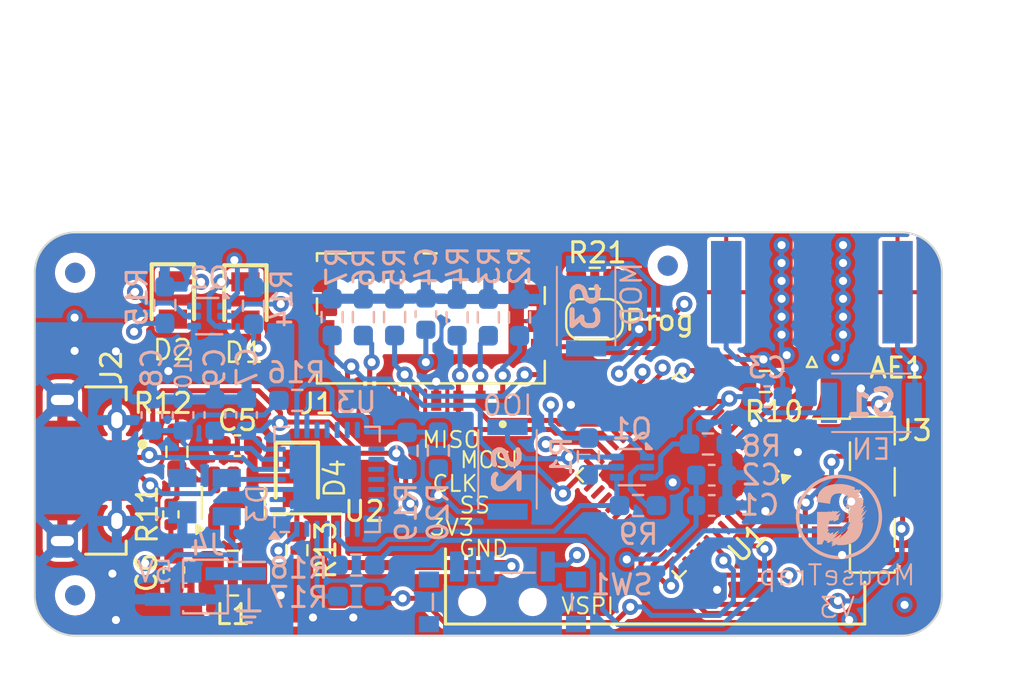
<source format=kicad_pcb>
(kicad_pcb (version 20240108) (generator "pcbnew") (generator_version "8.0")
  (title_block (comment 4 "AISLER Project ID: FLQYKSEK"))
  (layers (0 "F.Cu" signal) (1 "In1.Cu" signal) (2 "In2.Cu" signal) (31 "B.Cu" signal) (34 "B.Paste" user) (35 "F.Paste" user) (36 "B.SilkS" user "B.Silkscreen") (37 "F.SilkS" user "F.Silkscreen") (38 "B.Mask" user) (39 "F.Mask" user) (44 "Edge.Cuts" user))
  (net 0 "")
  (net 1 "Net-(AE1-A)")
  (net 2 "GND")
  (net 3 "VDD 3V3")
  (net 4 "EN")
  (net 5 "ESD_K3")
  (net 6 "ESD_K1")
  (net 7 "ESD_K2")
  (net 8 "RTS")
  (net 9 "DTR")
  (net 10 "GPIO0")
  (net 11 "RXD0")
  (net 12 "TXD0")
  (net 13 "VBUS")
  (net 14 "SD2")
  (net 15 "SD3")
  (net 16 "SD_CMD")
  (net 17 "SD_CLK")
  (net 18 "SD0")
  (net 19 "SD1")
  (net 20 "ChangeModi")
  (net 26 "VSPI_MISO")
  (net 27 "VSPI_SS")
  (net 31 "EN_LED_GREEN")
  (net 32 "VSPI_MOSI")
  (net 33 "VSPI_SCLK")
  (net 49 "EN_LED_BLUE")
  (net 50 "Net-(D2-K)")
  (net 51 "Net-(D2-A)")
  (net 52 "SD_CD")
  (net 53 "Net-(U2-EN)")
  (net 54 "Net-(U3-VDD)")
  (net 55 "Net-(D1-K)")
  (net 56 "Net-(D1-A)")
  (net 57 "Net-(D4-Pad2)")
  (net 58 "Net-(U2-SW)")
  (net 59 "Net-(Q1-G2)")
  (net 60 "Net-(Q1-G1)")
  (net 61 "Net-(U2-FB)")
  (net 62 "Net-(U3-~{RST})")
  (net 63 "Net-(U3-TXD)")
  (net 64 "Net-(U3-RXD)")
  (net 83 "Net-(JP1-A)")
  (footprint "Capacitor_SMD:C_0603_1608Metric" (layer "F.Cu") (at 107.9 63.75 -90)
    (property "Reference" "C6")
    (property "Value" "22µ")
  )
  (footprint "PinQin:LEDC2012X80N" (layer "F.Cu") (at 111.45 50.4 -90)
    (property "Reference" "D1")
    (property "Value" "HSMG-C170" (hide yes))
  )
  (footprint "Fiducial:Fiducial_1mm_Mask2mm" (layer "F.Cu") (at 132.4 48.65)
    (property "Reference" "FID5" (hide yes))
    (property "Value" "Fiducial")
  )
  (footprint "PinQin:LEDC2012X80N" (layer "F.Cu") (at 114 59.2 -90)
    (property "Reference" "D4")
    (property "Value" "HSMS-C170" (hide yes))
  )
  (footprint "PinQin:Amphenol_ICC-10118194-0001LF-MFG" (layer "F.Cu") (at 102.4538 58.8098 -90)
    (property "Reference" "J2")
    (property "Value" "10118194-0001LF" (hide yes))
  )
  (footprint "Package_TO_SOT_SMD:SOT-23-6" (layer "F.Cu") (at 110.85 60.4125 90)
    (property "Reference" "U2")
    (property "Value" "MT3420C-mt3420c")
  )
  (footprint "Package_DFN_QFN:QFN-48-1EP_7x7mm_P0.5mm_EP5.3x5.3mm" (layer "F.Cu") (at 132.962258 59.026829 -135)
    (property "Reference" "U1")
    (property "Value" "ESP32-PICO-D4")
  )
  (footprint "Connector_PinHeader_1.27mm:PinHeader_1x06_P1.27mm_Vertical_SMD_Pin1Left" (layer "F.Cu") (at 142.55 60.005)
    (property "Reference" "J3")
    (property "Value" "Conn_01x06_Socket")
  )
  (footprint "Inductor_SMD:L_1008_2520Metric" (layer "F.Cu") (at 110.825 63.9 180)
    (property "Reference" "L1")
    (property "Value" "2µ2")
  )
  (footprint "Resistor_SMD:R_0603_1608Metric_Pad0.98x0.95mm_HandSolder" (layer "F.Cu") (at 108.05 57.875 90)
    (property "Reference" "R12")
    (property "Value" "100K")
  )
  (footprint "Resistor_SMD:R_0603_1608Metric_Pad0.98x0.95mm_HandSolder" (layer "F.Cu") (at 137.219733 54.392767)
    (property "Reference" "R10")
    (property "Value" "10K")
  )
  (footprint "Fiducial:Fiducial_1mm_Mask2mm" (layer "F.Cu") (at 103 49)
    (property "Reference" "FID1" (hide yes))
    (property "Value" "Fiducial")
  )
  (footprint "PinQin:1051620001" (layer "F.Cu") (at 120.65 51.2625)
    (property "Reference" "J1")
    (property "Value" "~")
  )
  (footprint "PinQin:LEDC2012X80N" (layer "F.Cu") (at 107.85 50.35 -90)
    (property "Reference" "D2")
    (property "Value" "HSMB-C170" (hide yes))
  )
  (footprint "Connector_Coaxial:SMA_Amphenol_132289_EdgeMount" (layer "F.Cu") (at 139.55 49.9625 90)
    (property "Reference" "AE1")
    (property "Value" "Antenna_Shield")
  )
  (footprint "Resistor_SMD:R_0402_1005Metric" (layer "F.Cu") (at 107.75 60.985 90)
    (property "Reference" "R11")
    (property "Value" "450K")
  )
  (footprint "Resistor_SMD:R_0603_1608Metric_Pad0.98x0.95mm_HandSolder" (layer "F.Cu") (at 114 62.7625 -90)
    (property "Reference" "R13")
    (property "Value" "1K")
  )
  (footprint "Resistor_SMD:R_0603_1608Metric_Pad0.98x0.95mm_HandSolder" (layer "F.Cu") (at 128.778 49.276 180)
    (property "Reference" "R21")
    (property "Value" "1K")
  )
  (footprint "Capacitor_SMD:C_0603_1608Metric" (layer "F.Cu") (at 111.05 57.575 180)
    (property "Reference" "C5")
    (property "Value" "22µ")
  )
  (footprint "Jumper:SolderJumper-2_P1.3mm_Open_RoundedPad1.0x1.5mm" (layer "F.Cu") (at 128.763 51.308)
    (property "Reference" "JP1" (hide yes))
    (property "Value" "Jumper_2_Open")
  )
  (footprint "Fiducial:Fiducial_1mm_Mask2mm" (layer "F.Cu") (at 103 65)
    (property "Reference" "FID3" (hide yes))
    (property "Value" "Fiducial")
  )
  (footprint "PinQin:SP0503BAHTG" (layer "B.Cu") (at 109.42 60.13 90)
    (property "Reference" "D3")
    (property "Value" "SP0503BAHTG" (hide yes))
  )
  (footprint "Button_Switch_SMD:SW_SPDT_PCM12" (layer "B.Cu") (at 124.2 65 180)
    (property "Reference" "SW1")
    (property "Value" "SW_DIP_x01")
  )
  (footprint "Package_TO_SOT_SMD:SOT-563" (layer "B.Cu") (at 109.65 51.15 180)
    (property "Reference" "Q2")
    (property "Value" "DMN63D8LV-7")
  )
  (footprint "Package_DFN_QFN:QFN-28-1EP_5x5mm_P0.5mm_EP3.35x3.35mm" (layer "B.Cu") (at 115.5 59.25)
    (property "Reference" "U3")
    (property "Value" "CP2102N-Axx-xQFN28")
  )
  (footprint "Capacitor_SMD:C_0603_1608Metric" (layer "B.Cu") (at 106.8075 56.055 90)
    (property "Reference" "C8")
    (property "Value" "100nF")
  )
  (footprint "Resistor_SMD:R_0603_1608Metric_Pad0.98x0.95mm_HandSolder" (layer "B.Cu") (at 111.85 50.6375 -90)
    (property "Reference" "R14")
    (property "Value" "1K")
  )
  (footprint "Capacitor_SMD:C_0603_1608Metric" (layer "B.Cu") (at 137.332233 55.142767 180)
    (property "Reference" "C3")
    (property "Value" "100nF")
  )
  (footprint "Resistor_SMD:R_0603_1608Metric_Pad0.98x0.95mm_HandSolder" (layer "B.Cu") (at 125.05 51.2125 90)
    (property "Reference" "R2")
    (property "Value" "10K")
  )
  (footprint "Fiducial:Fiducial_1mm_Mask2mm" (layer "B.Cu") (at 103 49 180)
    (property "Reference" "FID2" (hide yes))
    (property "Value" "Fiducial" (hide yes))
  )
  (footprint "Resistor_SMD:R_0603_1608Metric_Pad0.98x0.95mm_HandSolder" (layer "B.Cu") (at 107.45 50.6 -90)
    (property "Reference" "R15")
    (property "Value" "1K")
  )
  (footprint "PinQin:SKRKAEE020" (layer "B.Cu") (at 142.5 55.45)
    (property "Reference" "S1")
    (property "Value" "SKRKAEE020" (hide yes))
  )
  (footprint "PinQin:GearGarageLogo_5mm" (layer "B.Cu") (at 140.9 61.15 180)
    (property "Reference" "G***" (hide yes))
    (property "Value" "LOGO" (hide yes))
  )
  (footprint "Resistor_SMD:R_0603_1608Metric_Pad0.98x0.95mm_HandSolder" (layer "B.Cu") (at 130.924733 60.547767 180)
    (property "Reference" "R9")
    (property "Value" "2K2")
  )
  (footprint "Resistor_SMD:R_0603_1608Metric_Pad0.98x0.95mm_HandSolder" (layer "B.Cu") (at 115.75 51.2 90)
    (property "Reference" "R7")
    (property "Value" "10K")
  )
  (footprint "Capacitor_SMD:C_0603_1608Metric" (layer "B.Cu") (at 108.3575 56.055 90)
    (property "Reference" "C10")
    (property "Value" "4.7µF")
  )
  (footprint "Capacitor_SMD:C_0603_1608Metric" (layer "B.Cu") (at 111.5075 56.055 -90)
    (property "Reference" "C7")
    (property "Value" "100nF")
  )
  (footprint "Resistor_SMD:R_0603_1608Metric_Pad0.98x0.95mm_HandSolder" (layer "B.Cu") (at 116.95 65.05)
    (property "Reference" "R17")
    (property "Value" "1K")
  )
  (footprint "PinQin:SKRKAEE020" (layer "B.Cu") (at 128.35 50.65 -90)
    (property "Reference" "S3")
    (property "Value" "SKRKAEE020" (hide yes))
  )
  (footprint "Capacitor_SMD:C_0603_1608Metric" (layer "B.Cu") (at 134.582233 60.542767 180)
    (property "Reference" "C1")
    (property "Value" "10µF X5R 25V")
  )
  (footprint "Fiducial:Fiducial_1mm_Mask2mm" (layer "B.Cu") (at 103 65 180)
    (property "Reference" "FID4" (hide yes))
    (property "Value" "Fiducial")
  )
  (footprint "Capacitor_SMD:C_0603_1608Metric" (layer "B.Cu") (at 134.582233 59.042767 180)
    (property "Reference" "C2")
    (property "Value" "100nF")
  )
  (footprint "PinQin:SKRKAEE020" (layer "B.Cu") (at 124.45 58.75 -90)
    (property "Reference" "S2")
    (property "Value" "SKRKAEE020" (hide yes))
  )
  (footprint "Resistor_SMD:R_0603_1608Metric_Pad0.98x0.95mm_HandSolder" (layer "B.Cu") (at 134.394733 57.492767)
    (property "Reference" "R8")
    (property "Value" "10K")
  )
  (footprint "Resistor_SMD:R_0603_1608Metric_Pad0.98x0.95mm_HandSolder" (layer "B.Cu") (at 119.47 57.83 90)
    (property "Reference" "R19")
    (property "Value" "22K6")
  )
  (footprint "Resistor_SMD:R_0603_1608Metric_Pad0.98x0.95mm_HandSolder" (layer "B.Cu") (at 121.95 51.2125 90)
    (property "Reference" "R4")
    (property "Value" "10K")
  )
  (footprint "Resistor_SMD:R_0603_1608Metric_Pad0.98x0.95mm_HandSolder" (layer "B.Cu") (at 117.3 51.2 90)
    (property "Reference" "R6")
    (property "Value" "10K")
  )
  (footprint "Resistor_SMD:R_0603_1608Metric_Pad0.98x0.95mm_HandSolder" (layer "B.Cu") (at 118.85 51.2 90)
    (property "Reference" "R5")
    (property "Value" "10K")
  )
  (footprint "Capacitor_SMD:C_0603_1608Metric" (layer "B.Cu") (at 109.9325 56.055 -90)
    (property "Reference" "C9")
    (property "Value" "4.7µF")
  )
  (footprint "Capacitor_SMD:C_0603_1608Metric" (layer "B.Cu") (at 120.4 51.05 -90)
    (property "Reference" "C4")
    (property "Value" "10µF X5R 25V")
  )
  (footprint "Resistor_SMD:R_0603_1608Metric_Pad0.98x0.95mm_HandSolder" (layer "B.Cu") (at 128.462233 58.110267 90)
    (property "Reference" "R1")
    (property "Value" "2K2")
  )
  (footprint "Resistor_SMD:R_0603_1608Metric_Pad0.98x0.95mm_HandSolder" (layer "B.Cu") (at 121.02 57.8175 -90)
    (property "Reference" "R20")
    (property "Value" "47K")
  )
  (footprint "Resistor_SMD:R_0603_1608Metric_Pad0.98x0.95mm_HandSolder" (layer "B.Cu") (at 114.02 55.33)
    (property "Reference" "R16")
    (property "Value" "4K7")
  )
  (footprint "Connector_PinHeader_1.27mm:PinHeader_1x02_P1.27mm_Vertical_SMD_Pin1Left" (layer "B.Cu") (at 109.47 64.565 180)
    (property "Reference" "J4")
    (property "Value" "Conn_01x02_Pin")
  )
  (footprint "Resistor_SMD:R_0603_1608Metric_Pad0.98x0.95mm_HandSolder" (layer "B.Cu") (at 123.5 51.2125 90)
    (property "Reference" "R3")
    (property "Value" "10K")
  )
  (footprint "Fiducial:Fiducial_1mm_Mask2mm" (layer "B.Cu") (at 132.4 48.65 180)
    (property "Reference" "FID6" (hide yes))
    (property "Value" "Fiducial")
  )
  (footprint "Package_TO_SOT_SMD:SOT-563" (layer "B.Cu") (at 130.624733 58.642767 180)
    (property "Reference" "Q1")
    (property "Value" "DMN63D8LV-7")
  )
  (footprint "Resistor_SMD:R_0603_1608Metric_Pad0.98x0.95mm_HandSolder" (layer "B.Cu") (at 116.95 63.5)
    (property "Reference" "R18")
    (property "Value" "1K")
  )
  (gr_line (start 111.625 65.775) (end 111.05 65.775) (stroke (width 0.15)) (layer "B.SilkS"))
  (gr_line (start 111.05 65.775) (end 112.175 65.775) (stroke (width 0.15)) (layer "B.SilkS"))
  (gr_line (start 111.475 66.35) (end 111.75 66.35) (stroke (width 0.15)) (layer "B.SilkS"))
  (gr_line (start 111.625 64.7) (end 111.625 65.775) (stroke (width 0.15)) (layer "B.SilkS"))
  (gr_line (start 111.275 66.075) (end 111.925 66.075) (stroke (width 0.15)) (layer "B.SilkS"))
  (gr_line (start 142.175 66.425) (end 142.175 64.35) (stroke (width 0.15)) (layer "F.SilkS"))
  (gr_line (start 121.375 66.425) (end 142.175 66.425) (stroke (width 0.15)) (layer "F.SilkS"))
  (gr_line (start 112.8 60.957) (end 116.205 60.963) (stroke (width 0.15)) (layer "F.SilkS"))
  (gr_line (start 121.375 62.7) (end 121.375 66.425) (stroke (width 0.15)) (layer "F.SilkS"))
  (gr_line (start 101 65) (end 101 49) (stroke (width 0.1)) (layer "Edge.Cuts"))
  (gr_arc (start 103 67) (mid 101.585786 66.414214) (end 101 65) (stroke (width 0.1)) (layer "Edge.Cuts"))
  (gr_arc (start 144 47) (mid 145.414214 47.585786) (end 146 49) (stroke (width 0.1)) (layer "Edge.Cuts"))
  (gr_arc (start 101 49) (mid 101.585786 47.585786) (end 103 47) (stroke (width 0.1)) (layer "Edge.Cuts"))
  (gr_line (start 144 67) (end 103 67) (stroke (width 0.1)) (layer "Edge.Cuts"))
  (gr_arc (start 146 65) (mid 145.414214 66.414214) (end 144 67) (stroke (width 0.1)) (layer "Edge.Cuts"))
  (gr_line (start 146 49) (end 146 65) (stroke (width 0.1)) (layer "Edge.Cuts"))
  (gr_line (start 103 47) (end 144 47) (stroke (width 0.1)) (layer "Edge.Cuts"))
  (gr_text "MouseTrap\nV3" (at 140.8 66.2 0) (layer "B.SilkS") (effects (font (size 1 1) (thickness 0.1)) (justify bottom mirror)))
  (gr_text "IO0" (at 125.775 56.175 -0) (layer "B.SilkS") (effects (font (size 1 1) (thickness 0.125)) (justify left bottom mirror)))
  (gr_text "MOD" (at 131.191 48.387 90) (layer "B.SilkS") (effects (font (size 1 1) (thickness 0.125)) (justify left bottom mirror)))
  (gr_text "5V" (at 107.95 64.425 0) (layer "B.SilkS") (effects (font (size 1 1) (thickness 0.125)) (justify left bottom mirror)))
  (gr_text "EN" (at 143.55 58.35 -0) (layer "B.SilkS") (effects (font (size 1 1) (thickness 0.125)) (justify left bottom mirror)))
  (gr_text "GND" (at 121.975 63.15 0) (layer "F.SilkS") (effects (font (size 0.8 0.8) (thickness 0.1)) (justify left bottom)))
  (gr_text "VSPI" (at 127.05 66 0) (layer "F.SilkS") (effects (font (size 0.8 0.8) (thickness 0.1)) (justify left bottom)))
  (gr_text "Prog" (at 130.175 51.943 0) (layer "F.SilkS") (effects (font (size 1 1)) (justify left bottom)))
  (gr_text "MISO" (at 120.15 57.75 0) (layer "F.SilkS") (effects (font (size 0.8 0.8) (thickness 0.1)) (justify left bottom)))
  (gr_text "MOSI" (at 122.025 58.75 0) (layer "F.SilkS") (effects (font (size 0.8 0.8) (thickness 0.1)) (justify left bottom)))
  (gr_text "CLK" (at 120.65 59.925 0) (layer "F.SilkS") (effects (font (size 0.8 0.8) (thickness 0.1)) (justify left bottom)))
  (gr_text "3V3" (at 120.525 62.1 0) (layer "F.SilkS") (effects (font (size 0.8 0.8) (thickness 0.1)) (justify left bottom)))
  (gr_text "SS" (at 122 61 0) (layer "F.SilkS") (effects (font (size 0.8 0.8) (thickness 0.1)) (justify left bottom)))
  (segment (start 139.535376 49.614624) (end 139.55 49.6) (width 0.5) (layer "F.Cu") (net 1))
  (segment (start 137.607233 57.542767) (end 138.951446 56.198554) (width 0.5) (layer "F.Cu") (net 1))
  (segment (start 136.992767 58.157233) (end 137.607233 57.542767) (width 0.25) (layer "F.Cu") (net 1))
  (segment (start 139.535376 54.915305) (end 139.535376 49.614624) (width 0.5) (layer "F.Cu") (net 1))
  (segment (start 136.992767 58.178301) (end 136.992767 58.157233) (width 0.25) (layer "F.Cu") (net 1))
  (arc (start 138.951446 56.198554) (mid 139.358966 55.609755) (end 139.535376 54.915305) (width 0.5) (layer "F.Cu") (net 1))
  (segment (start 102.3688 55.3098) (end 102.3688 62.3098) (width 0.5) (layer "F.Cu") (net 2))
  (segment (start 138.049 47.625) (end 138.049 48.514) (width 0.25) (layer "F.Cu") (net 2))
  (segment (start 141.097 47.625) (end 141.097 48.514) (width 0.25) (layer "F.Cu") (net 2))
  (segment (start 141.097 48.514) (end 141.097 52.07) (width 0.25) (layer "F.Cu") (net 2))
  (segment (start 138.049 48.514) (end 138.049 52.07) (width 0.25) (layer "F.Cu") (net 2))
  (via (at 130.366694 63.2201) (size 0.8) (drill 0.4) (layers "F.Cu" "B.Cu") (net 2))
  (via (at 141.097 51.181) (size 0.8) (drill 0.4) (layers "F.Cu" "B.Cu") (net 2))
  (via (at 110.9 48.374998) (size 0.8) (drill 0.4) (layers "F.Cu" "B.Cu") (net 2))
  (via (at 102.975 52.875) (size 0.8) (drill 0.4) (layers "F.Cu" "B.Cu") (net 2))
  (via (at 105.025 66.225) (size 0.8) (drill 0.4) (layers "F.Cu" "B.Cu") (net 2))
  (via (at 138.049 48.514) (size 0.8) (drill 0.4) (layers "F.Cu" "B.Cu") (net 2))
  (via (at 130.974 51.801231) (size 0.8) (drill 0.4) (layers "F.Cu" "B.Cu") (net 2))
  (via (at 144.15 65.475) (size 0.8) (drill 0.4) (layers "F.Cu" "B.Cu") (net 2))
  (via (at 138.049 49.403) (size 0.8) (drill 0.4) (layers "F.Cu" "B.Cu") (net 2))
  (via (at 102.975 51.225) (size 0.8) (drill 0.4) (layers "F.Cu" "B.Cu") (net 2))
  (via (at 132.65 59.4) (size 0.8) (drill 0.4) (layers "F.Cu" "B.Cu") (net 2))
  (via (at 138.049 52.07) (size 0.8) (drill 0.4) (layers "F.Cu" "B.Cu") (net 2))
  (via (at 104.85 63.925) (size 0.8) (drill 0.4) (layers "F.Cu" "B.Cu") (net 2))
  (via (at 140.716 53.213) (size 0.8) (drill 0.4) (layers "F.Cu" "B.Cu") (net 2))
  (via (at 138.049 51.181) (size 0.8) (drill 0.4) (layers "F.Cu" "B.Cu") (net 2))
  (via (at 141.097 47.625) (size 0.8) (drill 0.4) (layers "F.Cu" "B.Cu") (net 2))
  (via (at 138.049 47.625) (size 0.8) (drill 0.4) (layers "F.Cu" "B.Cu") (net 2))
  (via (at 144.653 53.721) (size 0.8) (drill 0.4) (layers "F.Cu" "B.Cu") (net 2))
  (via (at 141.097 49.403) (size 0.8) (drill 0.4) (layers "F.Cu" "B.Cu") (net 2))
  (via (at 105.025 52.9) (size 0.8) (drill 0.4) (layers "F.Cu" "B.Cu") (net 2))
  (via (at 141.4 66.225) (size 0.8) (drill 0.4) (layers "F.Cu" "B.Cu") (net 2))
  (via (at 141.097 48.514) (size 0.8) (drill 0.4) (layers "F.Cu" "B.Cu") (net 2))
  (via (at 138.303 53.086) (size 0.8) (drill 0.4) (layers "F.Cu" "B.Cu") (net 2))
  (via (at 120.4 53.4375) (size 0.8) (drill 0.4) (layers "F.Cu" "B.Cu") (net 2))
  (via (at 138.049 50.292) (size 0.8) (drill 0.4) (layers "F.Cu" "B.Cu") (net 2))
  (via (at 107.625 53.875) (size 0.8) (drill 0.4) (layers "F.Cu" "B.Cu") (net 2))
  (via (at 113.2 65) (size 0.8) (drill 0.4) (layers "F.Cu" "B.Cu") (net 2))
  (via (at 121.02 60.03) (size 0.8) (drill 0.4) (layers "F.Cu" "B.Cu") (net 2))
  (via (at 141.097 50.292) (size 0.8) (drill 0.4) (layers "F.Cu" "B.Cu") (net 2))
  (via (at 141.097 52.07) (size 0.8) (drill 0.4) (layers "F.Cu" "B.Cu") (net 2))
  (via (at 137.15 53.3) (size 0.8) (drill 0.4) (layers "F.Cu" "B.Cu") (net 2))
  (segment (start 113.05 59.75) (end 115 59.75) (width 0.25) (layer "B.Cu") (net 2))
  (segment (start 135.3 52.75) (end 135.85 53.3) (width 0.25) (layer "B.Cu") (net 2))
  (segment (start 130.974 51.801231) (end 130.025231 52.75) (width 0.25) (layer "B.Cu") (net 2))
  (segment (start 130.025231 52.75) (end 128.35 52.75) (width 0.25) (layer "B.Cu") (net 2))
  (segment (start 110.4 50.65) (end 111.05 50) (width 0.25) (layer "B.Cu") (net 2))
  (segment (start 111.05 48.524998) (end 110.9 48.374998) (width 0.25) (layer "B.Cu") (net 2))
  (segment (start 121.02 59.87) (end 121.02 58.73) (width 0.25) (layer "B.Cu") (net 2))
  (segment (start 135.85 53.3) (end 137.15 53.3) (width 0.25) (layer "B.Cu") (net 2))
  (segment (start 141.097 52.832) (end 140.716 53.213) (width 0.25) (layer "B.Cu") (net 2))
  (segment (start 111.05 50) (end 111.05 48.524998) (width 0.25) (layer "B.Cu") (net 2))
  (segment (start 137.15 53.3) (end 138.107233 54.257233) (width 0.25) (layer "B.Cu") (net 2))
  (segment (start 121.02 60.03) (end 121.02 58.73) (width 0.25) (layer "B.Cu") (net 2))
  (segment (start 144.653 55.397) (end 144.6 55.45) (width 0.25) (layer "B.Cu") (net 2))
  (segment (start 111.5075 55.28) (end 106.8075 55.28) (width 0.25) (layer "B.Cu") (net 2))
  (segment (start 138.049 52.07) (end 138.049 47.625) (width 0.25) (layer "B.Cu") (net 2))
  (segment (start 133.807233 59.042767) (end 133.807233 60.542767) (width 0.25) (layer "B.Cu") (net 2))
  (segment (start 141.097 47.625) (end 141.097 52.07) (width 0.25) (layer "B.Cu") (net 2))
  (segment (start 130.366694 63.2201) (end 130.386794 63.2) (width 0.25) (layer "B.Cu") (net 2))
  (segment (start 130.386794 63.2) (end 132.15 63.2) (width 0.25) (layer "B.Cu") (net 2))
  (segment (start 141.097 52.07) (end 141.097 52.832) (width 0.25) (layer "B.Cu") (net 2))
  (segment (start 138.107233 54.257233) (end 138.107233 55.142767) (width 0.25) (layer "B.Cu") (net 2))
  (segment (start 124.45 60.85) (end 122 60.85) (width 0.25) (layer "B.Cu") (net 2))
  (segment (start 120.4 51.825) (end 120.4 53.4375) (width 0.25) (layer "B.Cu") (net 2))
  (segment (start 135.3 49.9625) (end 135.3 52.75) (width 0.25) (layer "B.Cu") (net 2))
  (segment (start 115 59.75) (end 115.5 59.25) (width 0.25) (layer "B.Cu") (net 2))
  (segment (start 122 60.85) (end 121.02 59.87) (width 0.25) (layer "B.Cu") (net 2))
  (segment (start 132.15 63.2) (end 133.807233 61.542767) (width 0.25) (layer "B.Cu") (net 2))
  (segment (start 133.807233 61.542767) (end 133.807233 60.542767) (width 0.25) (layer "B.Cu") (net 2))
  (segment (start 143.8 52.868) (end 143.8 49.9625) (width 0.25) (layer "B.Cu") (net 2))
  (segment (start 144.653 53.721) (end 144.653 55.397) (width 0.25) (layer "B.Cu") (net 2))
  (segment (start 138.049 52.832) (end 138.303 53.086) (width 0.25) (layer "B.Cu") (net 2))
  (segment (start 108.37 60.83) (end 108.32 60.88) (width 0.25) (layer "B.Cu") (net 2))
  (segment (start 138.049 52.07) (end 138.049 52.832) (width 0.25) (layer "B.Cu") (net 2))
  (segment (start 144.653 53.721) (end 143.8 52.868) (width 0.25) (layer "B.Cu") (net 2))
  (segment (start 136.28566 57.471194) (end 136.689466 57.067388) (width 0.25) (layer "F.Cu") (net 3))
  (segment (start 114 66.1) (end 114 63.675) (width 0.4) (layer "F.Cu") (net 3))
  (segment (start 127.598475 55.548807) (end 129.130683 55.548807) (width 0.25) (layer "F.Cu") (net 3))
  (segment (start 136.639213 57.824747) (end 136.28566 57.471194) (width 0.25) (layer "F.Cu") (net 3))
  (segment (start 138.132233 54.392767) (end 138.132233 55.018026) (width 0.25) (layer "F.Cu") (net 3))
  (segment (start 108.825 62.975) (end 107.9 62.975) (width 0.25) (layer "F.Cu") (net 3))
  (segment (start 136.639213 60.228911) (end 136.654337 60.228911) (width 0.25) (layer "F.Cu") (net 3))
  (segment (start 134.851529 64.725) (end 134.771342 64.725) (width 0.25) (layer "F.Cu") (net 3))
  (segment (start 135.896566 61.607584) (end 136.456192 61.607584) (width 0.25) (layer "F.Cu") (net 3))
  (segment (start 136.456192 61.607584) (end 137.244601 60.819175) (width 0.25) (layer "F.Cu") (net 3))
  (segment (start 114.8 66.1) (end 110.15 66.1) (width 0.5) (layer "F.Cu") (net 3))
  (segment (start 134.771342 64.725) (end 133.457233 63.410891) (width 0.25) (layer "F.Cu") (net 3))
  (segment (start 135.578553 61.289571) (end 135.896566 61.607584) (width 0.25) (layer "F.Cu") (net 3))
  (segment (start 137.34632 58.531854) (end 137.607233 58.792767) (width 0.25) (layer "F.Cu") (net 3))
  (segment (start 114.8 66.1) (end 114 66.1) (width 0.25) (layer "F.Cu") (net 3))
  (segment (start 107.75 62.825) (end 107.9 62.975) (width 0.25) (layer "F.Cu") (net 3))
  (segment (start 136.654337 60.228911) (end 137.244601 60.819175) (width 0.25) (layer "F.Cu") (net 3))
  (segment (start 136.689466 57.067388) (end 136.689466 56.460793) (width 0.25) (layer "F.Cu") (net 3))
  (segment (start 109.75 65.7) (end 109.75 63.9) (width 0.5) (layer "F.Cu") (net 3))
  (segment (start 120.915 54.4) (end 120.915 55.3475) (width 0.25) (layer "F.Cu") (net 3))
  (segment (start 138.132233 55.018026) (end 136.689466 56.460793) (width 0.25) (layer "F.Cu") (net 3))
  (segment (start 110.15 66.1) (end 109.75 65.7) (width 0.5) (layer "F.Cu") (net 3))
  (segment (start 116.8 66.1) (end 114.8 66.1) (width 0.5) (layer "F.Cu") (net 3))
  (segment (start 129.130683 55.548807) (end 130.345963 56.764087) (width 0.25) (layer "F.Cu") (net 3))
  (segment (start 137.607233 58.792767) (end 137.957233 58.792767) (width 0.25) (layer "F.Cu") (net 3))
  (segment (start 107.75 61.495) (end 107.75 62.825) (width 0.25) (layer "F.Cu") (net 3))
  (segment (start 109.75 63.9) (end 108.825 62.975) (width 0.25) (layer "F.Cu") (net 3))
  (segment (start 141.05 63) (end 141.05 61.91) (width 0.5) (layer "F.Cu") (net 3))
  (segment (start 137.957233 58.792767) (end 138.857233 57.892767) (width 0.25) (layer "F.Cu") (net 3))
  (via (at 141.986 54.737) (size 0.8) (drill 0.4) (layers "F.Cu" "B.Cu") (net 3))
  (via (at 134.851529 64.725) (size 0.8) (drill 0.4) (layers "F.Cu" "B.Cu") (net 3))
  (via (at 120.915 54.4) (size 0.8) (drill 0.4) (layers "F.Cu" "B.Cu") (net 3))
  (via (at 114.8 66.1) (size 0.8) (drill 0.4) (layers "F.Cu" "B.Cu") (net 3))
  (via (at 136.689466 56.460793) (size 0.8) (drill 0.4) (layers "F.Cu" "B.Cu") (net 3))
  (via (at 127.598475 55.548807) (size 0.8) (drill 0.4) (layers "F.Cu" "B.Cu") (net 3))
  (via (at 137.244601 60.819175) (size 0.8) (drill 0.4) (layers "F.Cu" "B.Cu") (net 3))
  (via (at 141.05 63) (size 0.8) (drill 0.4) (layers "F.Cu" "B.Cu") (net 3))
  (via (at 138.857233 57.892767) (size 0.8) (drill 0.4) (layers "F.Cu" "B.Cu") (net 3))
  (via (at 116.8 66.1) (size 0.8) (drill 0.4) (layers "F.Cu" "B.Cu") (net 3))
  (segment (start 136.968193 60.542767) (end 137.244601 60.819175) (width 0.25) (layer "B.Cu") (net 3))
  (segment (start 135.357233 57.793026) (end 136.689466 56.460793) (width 0.25) (layer "B.Cu") (net 3))
  (segment (start 137.707233 59.042767) (end 135.357233 59.042767) (width 0.25) (layer "B.Cu") (net 3))
  (segment (start 135.357233 59.042767) (end 135.357233 60.542767) (width 0.25) (layer "B.Cu") (net 3))
  (segment (start 135.357233 60.542767) (end 136.968193 60.542767) (width 0.25) (layer "B.Cu") (net 3))
  (segment (start 135.357233 59.042767) (end 135.357233 57.793026) (width 0.25) (layer "B.Cu") (net 3))
  (segment (start 135.009909 64.7) (end 134.984909 64.725) (width 0.25) (layer "B.Cu") (net 3))
  (segment (start 134.984909 64.725) (end 134.851529 64.725) (width 0.25) (layer "B.Cu") (net 3))
  (segment (start 138.857233 57.892767) (end 137.707233 59.042767) (width 0.25) (layer "B.Cu") (net 3))
  (segment (start 134.835906 55.385414) (end 134.517893 55.703427) (width 0.25) (layer "F.Cu") (net 4))
  (segment (start 135.306698 55.385414) (end 134.835906 55.385414) (width 0.25) (layer "F.Cu") (net 4))
  (segment (start 135.454645 55.237467) (end 135.306698 55.385414) (width 0.25) (layer "F.Cu") (net 4))
  (via (at 135.454645 55.237467) (size 0.8) (drill 0.4) (layers "F.Cu" "B.Cu") (net 4))
  (segment (start 131.374733 59.142767) (end 131.806915 59.142767) (width 0.25) (layer "B.Cu") (net 4))
  (segment (start 137.357233 55.942767) (end 136.557233 55.142767) (width 0.25) (layer "B.Cu") (net 4))
  (segment (start 132.657233 57.492767) (end 133.482233 57.492767) (width 0.25) (layer "B.Cu") (net 4))
  (segment (start 133.857233 55.942767) (end 133.482233 56.317767) (width 0.25) (layer "B.Cu") (net 4))
  (segment (start 134.749345 55.942767) (end 133.857233 55.942767) (width 0.25) (layer "B.Cu") (net 4))
  (segment (start 132.049733 58.100267) (end 132.657233 57.492767) (width 0.25) (layer "B.Cu") (net 4))
  (segment (start 132.049733 58.899949) (end 132.049733 58.100267) (width 0.25) (layer "B.Cu") (net 4))
  (segment (start 139.907233 55.942767) (end 137.357233 55.942767) (width 0.25) (layer "B.Cu") (net 4))
  (segment (start 135.454645 55.237467) (end 135.549345 55.142767) (width 0.25) (layer "B.Cu") (net 4))
  (segment (start 135.454645 55.237467) (end 134.749345 55.942767) (width 0.25) (layer "B.Cu") (net 4))
  (segment (start 135.549345 55.142767) (end 136.557233 55.142767) (width 0.25) (layer "B.Cu") (net 4))
  (segment (start 133.482233 56.317767) (end 133.482233 57.492767) (width 0.25) (layer "B.Cu") (net 4))
  (segment (start 131.806915 59.142767) (end 132.049733 58.899949) (width 0.25) (layer "B.Cu") (net 4))
  (segment (start 140.4 55.45) (end 139.907233 55.942767) (width 0.25) (layer "B.Cu") (net 4))
  (segment (start 107.3 54.85) (end 106.85 55.3) (width 0.25) (layer "F.Cu") (net 5))
  (segment (start 117.104933 57.954933) (end 115.555 56.405) (width 0.25) (layer "F.Cu") (net 5))
  (segment (start 106.85 55.3) (end 106.85 56.65) (width 0.25) (layer "F.Cu") (net 5))
  (segment (start 106.85 56.65) (end 105.9902 57.5098) (width 0.25) (layer "F.Cu") (net 5))
  (segment (start 113.186979 55.936979) (end 112.1 54.85) (width 0.25) (layer "F.Cu") (net 5))
  (segment (start 119.4 60.218) (end 119.4 58.420598) (width 0.25) (layer "F.Cu") (net 5))
  (segment (start 115.555 56.405) (end 113.186979 56.405) (width 0.25) (layer "F.Cu") (net 5))
  (segment (start 119.4 58.420598) (end 118.934335 57.954933) (width 0.25) (layer "F.Cu") (net 5))
  (segment (start 113.186979 56.405) (end 113.186979 55.936979) (width 0.25) (layer "F.Cu") (net 5))
  (segment (start 112.1 54.85) (end 107.3 54.85) (width 0.25) (layer "F.Cu") (net 5))
  (segment (start 105.9902 57.5098) (end 105.0688 57.5098) (width 0.25) (layer "F.Cu") (net 5))
  (segment (start 119.634 60.452) (end 119.4 60.218) (width 0.25) (layer "F.Cu") (net 5))
  (segment (start 118.934335 57.954933) (end 117.104933 57.954933) (width 0.25) (layer "F.Cu") (net 5))
  (via (at 127.9 63) (size 0.8) (drill 0.4) (layers "F.Cu" "B.Cu") (net 5))
  (via (at 113.15 56.45) (size 0.8) (drill 0.4) (layers "F.Cu" "B.Cu") (net 5))
  (via (at 119.634 60.452) (size 0.8) (drill 0.4) (layers "F.Cu" "B.Cu") (net 5))
  (via (at 118.934335 57.954933) (size 0.8) (drill 0.4) (layers "F.Cu" "B.Cu") (net 5))
  (via (at 106.475 63.4) (size 0.8) (drill 0.4) (layers "F.Cu" "B.Cu") (net 5))
  (segment (start 106.475 63.4) (end 107.596 63.4) (width 0.25) (layer "B.Cu") (net 5))
  (segment (start 119.104673 57.954933) (end 119.47 58.32026) (width 0.25) (layer "B.Cu") (net 5))
  (segment (start 112.243896 56.83) (end 111.5075 56.83) (width 0.25) (layer "B.Cu") (net 5))
  (segment (start 126.525 63.495) (end 126.45 63.57) (width 0.25) (layer "B.Cu") (net 5))
  (segment (start 110.52 61.08) (end 110.614319 61.08) (width 0.25) (layer "B.Cu") (net 5))
  (segment (start 110.97 63.93) (end 110.97 62.58) (width 0.25) (layer "B.Cu") (net 5))
  (segment (start 119.47 58.32026) (end 119.47 58.7425) (width 0.25) (layer "B.Cu") (net 5))
  (segment (start 108.004 62.992) (end 110.97 62.992) (width 0.25) (layer "B.Cu") (net 5))
  (segment (start 127.405 63.495) (end 126.525 63.495) (width 0.25) (layer "B.Cu") (net 5))
  (segment (start 127.9 63) (end 127.405 63.495) (width 0.25) (layer "B.Cu") (net 5))
  (segment (start 110.97 62.992) (end 110.97 63.93) (width 0.25) (layer "B.Cu") (net 5))
  (segment (start 107.596 63.4) (end 108.004 62.992) (width 0.25) (layer "B.Cu") (net 5))
  (segment (start 112.4275 57.75) (end 111.5075 56.83) (width 0.25) (layer "B.Cu") (net 5))
  (segment (start 118.934335 57.954933) (end 119.104673 57.954933) (width 0.25) (layer "B.Cu") (net 5))
  (segment (start 110.97 62.58) (end 110.52 62.13) (width 0.25) (layer "B.Cu") (net 5))
  (segment (start 109.9325 56.83) (end 111.5075 56.83) (width 0.25) (layer "B.Cu") (net 5))
  (segment (start 110.52 61.08) (end 110.52 62.13) (width 0.25) (layer "B.Cu") (net 5))
  (segment (start 113.186979 56.405) (end 112.668896 56.405) (width 0.25) (layer "B.Cu") (net 5))
  (segment (start 113.05 57.75) (end 112.4275 57.75) (width 0.25) (layer "B.Cu") (net 5))
  (segment (start 112.668896 56.405) (end 112.243896 56.83) (width 0.25) (layer "B.Cu") (net 5))
  (segment (start 106.68 58.039) (end 106.5592 58.1598) (width 0.25) (layer "F.Cu") (net 6))
  (segment (start 106.5592 58.1598) (end 105.0688 58.1598) (width 0.25) (layer "F.Cu") (net 6))
  (via (at 106.68 58.039) (size 0.8) (drill 0.4) (layers "F.Cu" "B.Cu") (net 6))
  (segment (start 113.05 58.75) (end 111.89 58.75) (width 0.25) (layer "B.Cu") (net 6))
  (segment (start 106.807 58.166) (end 108.585 58.166) (width 0.25) (layer "B.Cu") (net 6))
  (segment (start 106.68 58.039) (end 106.807 58.166) (width 0.25) (layer "B.Cu") (net 6))
  (segment (start 108.32 58.166) (end 108.32 59.18) (width 0.25) (layer "B.Cu") (net 6))
  (segment (start 108.585 58.166) (end 108.32 58.166) (width 0.25) (layer "B.Cu") (net 6))
  (segment (start 111.306 58.166) (end 108.585 58.166) (width 0.25) (layer "B.Cu") (net 6))
  (segment (start 111.89 58.75) (end 111.306 58.166) (width 0.25) (layer "B.Cu") (net 6))
  (segment (start 106.725 59.55) (end 106.709895 59.55) (width 0.25) (layer "F.Cu") (net 7))
  (segment (start 106.709895 59.55) (end 105.969695 58.8098) (width 0.25) (layer "F.Cu") (net 7))
  (segment (start 105.969695 58.8098) (end 105.0688 58.8098) (width 0.25) (layer "F.Cu") (net 7))
  (via (at 106.725 59.55) (size 0.8) (drill 0.4) (layers "F.Cu" "B.Cu") (net 7))
  (segment (start 110.59 59.25) (end 110.52 59.18) (width 0.25) (layer "B.Cu") (net 7))
  (segment (start 106.89 59.55) (end 107.295 59.955) (width 0.25) (layer "B.Cu") (net 7))
  (segment (start 107.295 59.955) (end 109.745 59.955) (width 0.25) (layer "B.Cu") (net 7))
  (segment (start 106.725 59.55) (end 106.89 59.55) (width 0.25) (layer "B.Cu") (net 7))
  (segment (start 113.05 59.25) (end 110.59 59.25) (width 0.25) (layer "B.Cu") (net 7))
  (segment (start 109.745 59.955) (end 110.52 59.18) (width 0.25) (layer "B.Cu") (net 7))
  (segment (start 118.026104 62.7) (end 118.496104 62.23) (width 0.25) (layer "B.Cu") (net 8))
  (segment (start 116 62.14974) (end 116.55026 62.7) (width 0.25) (layer "B.Cu") (net 8))
  (segment (start 126.77 61.825) (end 128.047233 60.547767) (width 0.25) (layer "B.Cu") (net 8))
  (segment (start 129.874733 59.142767) (end 129.874733 60.410267) (width 0.25) (layer "B.Cu") (net 8))
  (segment (start 128.047233 60.547767) (end 130.012233 60.547767) (width 0.25) (layer "B.Cu") (net 8))
  (segment (start 120.458909 62.23) (end 120.863909 61.825) (width 0.25) (layer "B.Cu") (net 8))
  (segment (start 129.874733 60.410267) (end 130.012233 60.547767) (width 0.25) (layer "B.Cu") (net 8))
  (segment (start 120.863909 61.825) (end 126.77 61.825) (width 0.25) (layer "B.Cu") (net 8))
  (segment (start 118.496104 62.23) (end 120.458909 62.23) (width 0.25) (layer "B.Cu") (net 8))
  (segment (start 116 61.7) (end 116 62.14974) (width 0.25) (layer "B.Cu") (net 8))
  (segment (start 116.55026 62.7) (end 118.026104 62.7) (width 0.25) (layer "B.Cu") (net 8))
  (via (at 113.086081 62.78304) (size 0.8) (drill 0.4) (layers "F.Cu" "B.Cu") (net 9))
  (via (at 126.597649 55.547984) (size 0.8) (drill 0.4) (layers "F.Cu" "B.Cu") (net 9))
  (segment (start 114 61.7) (end 114 61.869121) (width 0.25) (layer "B.Cu") (net 9))
  (segment (start 127.297767 57.197767) (end 128.462233 57.197767) (width 0.25) (layer "B.Cu") (net 9))
  (segment (start 130.429733 57.197767) (end 131.374733 58.142767) (width 0.25) (layer "B.Cu") (net 9))
  (segment (start 126.597649 55.547984) (end 126.597649 56.497649) (width 0.25) (layer "B.Cu") (net 9))
  (segment (start 114 61.869121) (end 113.086081 62.78304) (width 0.25) (layer "B.Cu") (net 9))
  (segment (start 128.462233 57.197767) (end 130.429733 57.197767) (width 0.25) (layer "B.Cu") (net 9))
  (segment (start 126.597649 56.497649) (end 127.297767 57.197767) (width 0.25) (layer "B.Cu") (net 9))
  (segment (start 128.613735 57.860287) (end 127.789713 57.860287) (width 0.25) (layer "F.Cu") (net 10))
  (segment (start 128.931749 58.178301) (end 128.613735 57.860287) (width 0.25) (layer "F.Cu") (net 10))
  (segment (start 127.789713 57.860287) (end 127.507233 58.142767) (width 0.25) (layer "F.Cu") (net 10))
  (via (at 127.507233 58.142767) (size 0.8) (drill 0.4) (layers "F.Cu" "B.Cu") (net 10))
  (segment (start 127.507233 58.142767) (end 127.425 58.225) (width 0.25) (layer "B.Cu") (net 10))
  (segment (start 127.507233 58.142767) (end 127.467233 58.142767) (width 0.25) (layer "B.Cu") (net 10))
  (segment (start 124.45 57.35) (end 124.45 56.65) (width 0.25) (layer "B.Cu") (net 10))
  (segment (start 129.874733 58.142767) (end 127.507233 58.142767) (width 0.25) (layer "B.Cu") (net 10))
  (segment (start 127.425 58.225) (end 125.325 58.225) (width 0.25) (layer "B.Cu") (net 10))
  (segment (start 125.325 58.225) (end 124.45 57.35) (width 0.25) (layer "B.Cu") (net 10))
  (segment (start 129.767821 66.35) (end 121.341 66.35) (width 0.25) (layer "F.Cu") (net 11))
  (segment (start 135.164377 62.996715) (end 134.517893 62.350231) (width 0.25) (layer "F.Cu") (net 11))
  (segment (start 130.541455 65.576366) (end 129.767821 66.35) (width 0.25) (layer "F.Cu") (net 11))
  (segment (start 120.141 65.15) (end 119.25 65.15) (width 0.25) (layer "F.Cu") (net 11))
  (segment (start 135.164377 63.275) (end 135.164377 62.996715) (width 0.25) (layer "F.Cu") (net 11))
  (segment (start 121.341 66.35) (end 120.141 65.15) (width 0.25) (layer "F.Cu") (net 11))
  (via (at 119.25 65.15) (size 0.8) (drill 0.4) (layers "F.Cu" "B.Cu") (net 11))
  (via (at 130.541455 65.576366) (size 0.8) (drill 0.4) (layers "F.Cu" "B.Cu") (net 11))
  (via (at 135.164377 63.275) (size 0.8) (drill 0.4) (layers "F.Cu" "B.Cu") (net 11))
  (segment (start 130.541455 65.576366) (end 131.162762 65.576366) (width 0.25) (layer "B.Cu") (net 11))
  (segment (start 135.656802 63.767425) (end 135.164377 63.275) (width 0.25) (layer "B.Cu") (net 11))
  (segment (start 117.9625 65.15) (end 117.8625 65.05) (width 0.25) (layer "B.Cu") (net 11))
  (segment (start 135.656802 65.306802) (end 135.656802 63.767425) (width 0.25) (layer "B.Cu") (net 11))
  (segment (start 134.963604 66) (end 135.656802 65.306802) (width 0.25) (layer "B.Cu") (net 11))
  (segment (start 131.162762 65.576366) (end 131.586396 66) (width 0.25) (layer "B.Cu") (net 11))
  (segment (start 119.25 65.15) (end 117.9625 65.15) (width 0.25) (layer "B.Cu") (net 11))
  (segment (start 131.586396 66) (end 134.963604 66) (width 0.25) (layer "B.Cu") (net 11))
  (segment (start 135.424769 62.55) (end 134.871446 61.996677) (width 0.25) (layer "F.Cu") (net 12))
  (segment (start 137.2 62.7) (end 137.05 62.55) (width 0.25) (layer "F.Cu") (net 12))
  (segment (start 137.05 62.55) (end 135.424769 62.55) (width 0.25) (layer "F.Cu") (net 12))
  (via (at 137.2 62.7) (size 0.8) (drill 0.4) (layers "F.Cu" "B.Cu") (net 12))
  (segment (start 129.175 63.175) (end 129.175 65.7) (width 0.25) (layer "B.Cu") (net 12))
  (segment (start 128.275 62.275) (end 129.175 63.175) (width 0.25) (layer "B.Cu") (net 12))
  (segment (start 120.645305 62.68) (end 121.050305 62.275) (width 0.25) (layer "B.Cu") (net 12))
  (segment (start 135.15 66.45) (end 137.2 64.4) (width 0.25) (layer "B.Cu") (net 12))
  (segment (start 129.175 65.7) (end 129.925 66.45) (width 0.25) (layer "B.Cu") (net 12))
  (segment (start 129.925 66.45) (end 135.15 66.45) (width 0.25) (layer "B.Cu") (net 12))
  (segment (start 137.2 64.4) (end 137.2 62.7) (width 0.25) (layer "B.Cu") (net 12))
  (segment (start 118.6825 62.68) (end 120.645305 62.68) (width 0.25) (layer "B.Cu") (net 12))
  (segment (start 121.050305 62.275) (end 128.275 62.275) (width 0.25) (layer "B.Cu") (net 12))
  (segment (start 117.8625 63.5) (end 118.6825 62.68) (width 0.25) (layer "B.Cu") (net 12))
  (segment (start 115.745 55.807076) (end 116.012924 56.075) (width 0.25) (layer "B.Cu") (net 13))
  (segment (start 115.422076 54.53) (end 115.745 54.852924) (width 0.25) (layer "B.Cu") (net 13))
  (segment (start 114.442924 54.53) (end 115.422076 54.53) (width 0.25) (layer "B.Cu") (net 13))
  (segment (start 119.4485 56.896) (end 119.47 56.9175) (width 0.25) (layer "B.Cu") (net 13))
  (segment (start 114 54.972924) (end 114.442924 54.53) (width 0.25) (layer "B.Cu") (net 13))
  (segment (start 119.4825 56.905) (end 119.47 56.9175) (width 0.25) (layer "B.Cu") (net 13))
  (segment (start 117.45 56.30026) (end 117.45 56.896) (width 0.25) (layer "B.Cu") (net 13))
  (segment (start 116.012924 56.075) (end 117.22474 56.075) (width 0.25) (layer "B.Cu") (net 13))
  (segment (start 114 56.8) (end 114 54.972924) (width 0.25) (layer "B.Cu") (net 13))
  (segment (start 115.745 54.852924) (end 115.745 55.807076) (width 0.25) (layer "B.Cu") (net 13))
  (segment (start 117.45 56.896) (end 119.4485 56.896) (width 0.25) (layer "B.Cu") (net 13))
  (segment (start 121.02 56.905) (end 119.4825 56.905) (width 0.25) (layer "B.Cu") (net 13))
  (segment (start 117.22474 56.075) (end 117.45 56.30026) (width 0.25) (layer "B.Cu") (net 13))
  (segment (start 129.386966 55.097984) (end 128.172957 55.097984) (width 0.25) (layer "F.Cu") (net 14))
  (segment (start 125.603 55.118) (end 125.346 55.375) (width 0.25) (layer "F.Cu") (net 14))
  (segment (start 125.346 55.375) (end 124.2425 55.375) (width 0.25) (layer "F.Cu") (net 14))
  (segment (start 130.699516 56.410534) (end 129.386966 55.097984) (width 0.25) (layer "F.Cu") (net 14))
  (segment (start 124.215 54.1) (end 124.215 55.3475) (width 0.25) (layer "F.Cu") (net 14))
  (segment (start 128.172957 55.097984) (end 127.574973 54.5) (width 0.25) (layer "F.Cu") (net 14))
  (segment (start 124.2425 55.375) (end 124.215 55.3475) (width 0.25) (layer "F.Cu") (net 14))
  (segment (start 127.574973 54.5) (end 125.875305 54.5) (width 0.25) (layer "F.Cu") (net 14))
  (segment (start 125.603 54.772305) (end 125.603 55.118) (width 0.25) (layer "F.Cu") (net 14))
  (segment (start 125.875305 54.5) (end 125.603 54.772305) (width 0.25) (layer "F.Cu") (net 14))
  (via (at 124.215 54.1) (size 0.8) (drill 0.4) (layers "F.Cu" "B.Cu") (net 14))
  (segment (start 124.215 53.71) (end 125.05 52.875) (width 0.25) (layer "B.Cu") (net 14))
  (segment (start 124.215 54.1) (end 124.215 53.71) (width 0.25) (layer "B.Cu") (net 14))
  (segment (start 125.05 52.875) (end 125.05 52.125) (width 0.25) (layer "B.Cu") (net 14))
  (segment (start 127.021988 56.510287) (end 126.836701 56.325) (width 0.25) (layer "F.Cu") (net 15))
  (segment (start 129.99241 57.117641) (end 129.385056 56.510287) (width 0.25) (layer "F.Cu") (net 15))
  (segment (start 123.508 56.325) (end 123.115 55.932) (width 0.25) (layer "F.Cu") (net 15))
  (segment (start 123.115 55.932) (end 123.115 55.3475) (width 0.25) (layer "F.Cu") (net 15))
  (segment (start 123.115 54.115) (end 123.1 54.1) (width 0.25) (layer "F.Cu") (net 15))
  (segment (start 123.115 55.3475) (end 123.115 54.115) (width 0.25) (layer "F.Cu") (net 15))
  (segment (start 129.385056 56.510287) (end 127.021988 56.510287) (width 0.25) (layer "F.Cu") (net 15))
  (segment (start 126.836701 56.325) (end 123.508 56.325) (width 0.25) (layer "F.Cu") (net 15))
  (via (at 123.1 54.1) (size 0.8) (drill 0.4) (layers "F.Cu" "B.Cu") (net 15))
  (segment (start 123.1 54.1) (end 123.1 52.525) (width 0.25) (layer "B.Cu") (net 15))
  (segment (start 123.1 52.525) (end 123.5 52.125) (width 0.25) (layer "B.Cu") (net 15))
  (segment (start 122.015 56.102) (end 122.688 56.775) (width 0.25) (layer "F.Cu") (net 16))
  (segment (start 122.099997 54.1) (end 122.015 54.184997) (width 0.25) (layer "F.Cu") (net 16))
  (segment (start 126.835592 56.960287) (end 129.127949 56.960287) (width 0.25) (layer "F.Cu") (net 16))
  (segment (start 122.015 54.184997) (end 122.015 55.3475) (width 0.25) (layer "F.Cu") (net 16))
  (segment (start 129.127949 56.960287) (end 129.638856 57.471194) (width 0.25) (layer "F.Cu") (net 16))
  (segment (start 122.015 55.3475) (end 122.015 56.102) (width 0.25) (layer "F.Cu") (net 16))
  (segment (start 122.688 56.775) (end 126.650305 56.775) (width 0.25) (layer "F.Cu") (net 16))
  (segment (start 126.650305 56.775) (end 126.835592 56.960287) (width 0.25) (layer "F.Cu") (net 16))
  (via (at 122.099997 54.1) (size 0.8) (drill 0.4) (layers "F.Cu" "B.Cu") (net 16))
  (segment (start 122.099997 52.274997) (end 121.95 52.125) (width 0.25) (layer "B.Cu") (net 16))
  (segment (start 122.099997 54.1) (end 122.099997 52.274997) (width 0.25) (layer "B.Cu") (net 16))
  (segment (start 131.05307 56.056981) (end 129.644073 54.647984) (width 0.25) (layer "F.Cu") (net 17))
  (segment (start 119.815 54.515) (end 119.815 55.3475) (width 0.25) (layer "F.Cu") (net 17))
  (segment (start 129.644073 54.647984) (end 128.359353 54.647984) (width 0.25) (layer "F.Cu") (net 17))
  (segment (start 119.35 54.05) (end 119.815 54.515) (width 0.25) (layer "F.Cu") (net 17))
  (segment (start 128.359353 54.647984) (end 127.761369 54.05) (width 0.25) (layer "F.Cu") (net 17))
  (segment (start 127.761369 54.05) (end 125.3 54.05) (width 0.25) (layer "F.Cu") (net 17))
  (via (at 125.3 54.05) (size 0.8) (drill 0.4) (layers "F.Cu" "B.Cu") (net 17))
  (via (at 119.35 54.05) (size 0.8) (drill 0.4) (layers "F.Cu" "B.Cu") (net 17))
  (segment (start 119.35 54.05) (end 118.85 53.55) (width 0.25) (layer "B.Cu") (net 17))
  (segment (start 119.35 54.05) (end 120.425 55.125) (width 0.25) (layer "B.Cu") (net 17))
  (segment (start 120.425 55.125) (end 124.225 55.125) (width 0.25) (layer "B.Cu") (net 17))
  (segment (start 118.85 53.55) (end 118.85 52.1125) (width 0.25) (layer "B.Cu") (net 17))
  (segment (start 124.225 55.125) (end 125.3 54.05) (width 0.25) (layer "B.Cu") (net 17))
  (segment (start 117.615 55.3475) (end 117.615 55.6475) (width 0.25) (layer "F.Cu") (net 18))
  (segment (start 132.715 51.054) (end 133.223 50.546) (width 0.25) (layer "F.Cu") (net 18))
  (segment (start 117.712879 53.4375) (end 117.615 53.535379) (width 0.25) (layer "F.Cu") (net 18))
  (segment (start 129.413 51.308) (end 129.667 51.054) (width 0.25) (layer "F.Cu") (net 18))
  (segment (start 129.667 51.054) (end 132.715 51.054) (width 0.25) (layer "F.Cu") (net 18))
  (segment (start 117.615 53.535379) (end 117.615 55.3475) (width 0.25) (layer "F.Cu") (net 18))
  (segment (start 128.870843 57.410287) (end 129.285303 57.824747) (width 0.25) (layer "F.Cu") (net 18))
  (segment (start 126.439713 57.410287) (end 128.870843 57.410287) (width 0.25) (layer "F.Cu") (net 18))
  (segment (start 126.35 57.5) (end 126.439713 57.410287) (width 0.25) (layer "F.Cu") (net 18))
  (via (at 133.223 50.546) (size 0.8) (drill 0.4) (layers "F.Cu" "B.Cu") (net 18))
  (via (at 117.712879 53.4375) (size 0.8) (drill 0.4) (layers "F.Cu" "B.Cu") (net 18))
  (via (at 126.35 57.5) (size 0.8) (drill 0.4) (layers "F.Cu" "B.Cu") (net 18))
  (segment (start 117.712879 53.4375) (end 117.712879 52.525379) (width 0.25) (layer "B.Cu") (net 18))
  (segment (start 117.712879 52.525379) (end 117.3 52.1125) (width 0.25) (layer "B.Cu") (net 18))
  (segment (start 127.2 59.95) (end 127.2 59.91005) (width 0.25) (layer "F.Cu") (net 19))
  (segment (start 116.515 53.835) (end 116.515 55.3475) (width 0.25) (layer "F.Cu") (net 19))
  (segment (start 116.7 53.65) (end 116.515 53.835) (width 0.25) (layer "F.Cu") (net 19))
  (segment (start 127.2 59.91005) (end 128.578196 58.531854) (width 0.25) (layer "F.Cu") (net 19))
  (via (at 127.2 59.95) (size 0.8) (drill 0.4) (layers "F.Cu" "B.Cu") (net 19))
  (via (at 116.7 53.65) (size 0.8) (drill 0.4) (layers "F.Cu" "B.Cu") (net 19))
  (segment (start 125.925 58.675) (end 127.2 59.95) (width 0.25) (layer "B.Cu") (net 19))
  (segment (start 124.425 58.675) (end 125.925 58.675) (width 0.25) (layer "B.Cu") (net 19))
  (segment (start 119.438604 54.775) (end 120.238604 55.575) (width 0.25) (layer "B.Cu") (net 19))
  (segment (start 116.7 53.65) (end 117.320068 54.270068) (width 0.25) (layer "B.Cu") (net 19))
  (segment (start 119.049695 54.775) (end 119.438604 54.775) (width 0.25) (layer "B.Cu") (net 19))
  (segment (start 123.1 55.85) (end 123.1 57.35) (width 0.25) (layer "B.Cu") (net 19))
  (segment (start 118.625 54.270068) (end 118.625 54.350305) (width 0.25) (layer "B.Cu") (net 19))
  (segment (start 117.320068 54.270068) (end 118.625 54.270068) (width 0.25) (layer "B.Cu") (net 19))
  (segment (start 115.7 53.05) (end 115.7 52.1625) (width 0.25) (layer "B.Cu") (net 19))
  (segment (start 118.625 54.350305) (end 119.049695 54.775) (width 0.25) (layer "B.Cu") (net 19))
  (segment (start 123.1 57.35) (end 124.425 58.675) (width 0.25) (layer "B.Cu") (net 19))
  (segment (start 116.7 53.65) (end 116.3 53.65) (width 0.25) (layer "B.Cu") (net 19))
  (segment (start 115.7 52.1625) (end 115.75 52.1125) (width 0.25) (layer "B.Cu") (net 19))
  (segment (start 116.3 53.65) (end 115.7 53.05) (width 0.25) (layer "B.Cu") (net 19))
  (segment (start 122.825 55.575) (end 123.1 55.85) (width 0.25) (layer "B.Cu") (net 19))
  (segment (start 120.238604 55.575) (end 122.825 55.575) (width 0.25) (layer "B.Cu") (net 19))
  (segment (start 133.693335 53.853563) (end 134.1288 54.289028) (width 0.25) (layer "F.Cu") (net 20))
  (segment (start 134.1288 54.289028) (end 134.1288 54.678306) (width 0.25) (layer "F.Cu") (net 20))
  (segment (start 134.1288 54.678306) (end 133.810786 54.99632) (width 0.25) (layer "F.Cu") (net 20))
  (segment (start 133.134329 53.853563) (end 133.693335 53.853563) (width 0.25) (layer "F.Cu") (net 20))
  (via (at 133.134329 53.853563) (size 0.8) (drill 0.4) (layers "F.Cu" "B.Cu") (net 20))
  (via (at 129.984184 54.007711) (size 0.8) (drill 0.4) (layers "F.Cu" "B.Cu") (net 20))
  (segment (start 131.699 49.657) (end 130.592 48.55) (width 0.25) (layer "B.Cu") (net 20))
  (segment (start 129.984184 54.007711) (end 129.826473 53.85) (width 0.25) (layer "B.Cu") (net 20))
  (segment (start 130.592 48.55) (end 128.35 48.55) (width 0.25) (layer "B.Cu") (net 20))
  (segment (start 131.699 52.292895) (end 131.699 49.657) (width 0.25) (layer "B.Cu") (net 20))
  (segment (start 129.984184 54.007711) (end 131.699 52.292895) (width 0.25) (layer "B.Cu") (net 20))
  (segment (start 141.05 56.562) (end 141.05 56.83) (width 0.25) (layer "F.Cu") (net 26))
  (segment (start 134.753448 64) (end 133.810786 63.057338) (width 0.25) (layer "F.Cu") (net 26))
  (segment (start 142.113 55.499) (end 141.05 56.562) (width 0.25) (layer "F.Cu") (net 26))
  (segment (start 138.43 64.008) (end 138.422 64) (width 0.25) (layer "F.Cu") (net 26))
  (segment (start 138.422 64) (end 134.753448 64) (width 0.25) (layer "F.Cu") (net 26))
  (segment (start 142.875 55.499) (end 142.113 55.499) (width 0.25) (layer "F.Cu") (net 26))
  (via (at 142.875 55.499) (size 0.8) (drill 0.4) (layers "F.Cu" "B.Cu") (net 26))
  (via (at 138.43 64.008) (size 0.8) (drill 0.4) (layers "F.Cu" "B.Cu") (net 26))
  (segment (start 140.843 65.278) (end 140.462 65.278) (width 0.25) (layer "F.Cu") (net 27))
  (segment (start 131.070716 63.393244) (end 131.760176 62.703784) (width 0.25) (layer "F.Cu") (net 27))
  (segment (start 139.84 65.9) (end 134.319996 65.9) (width 0.25) (layer "F.Cu") (net 27))
  (segment (start 144 61.7) (end 144.05 61.65) (width 0.25) (layer "F.Cu") (net 27))
  (segment (start 140.462 65.278) (end 139.84 65.9) (width 0.25) (layer "F.Cu") (net 27))
  (segment (start 134.319996 65.9) (end 133.681055 65.261059) (width 0.25) (layer "F.Cu") (net 27))
  (segment (start 144.05 61.65) (end 144.05 60.64) (width 0.25) (layer "F.Cu") (net 27))
  (segment (start 133.681055 65.261059) (end 132.266841 65.261059) (width 0.25) (layer "F.Cu") (net 27))
  (segment (start 131.070716 64.064934) (end 131.070716 63.393244) (width 0.25) (layer "F.Cu") (net 27))
  (segment (start 132.266841 65.261059) (end 131.070716 64.064934) (width 0.25) (layer "F.Cu") (net 27))
  (via (at 140.843 65.278) (size 0.8) (drill 0.4) (layers "F.Cu" "B.Cu") (net 27))
  (via (at 144 61.7) (size 0.8) (drill 0.4) (layers "F.Cu" "B.Cu") (net 27))
  (segment (start 144 63.2) (end 144 61.7) (width 0.25) (layer "B.Cu") (net 27))
  (segment (start 140.843 65.278) (end 141.922 65.278) (width 0.25) (layer "B.Cu") (net 27))
  (segment (start 141.922 65.278) (end 144 63.2) (width 0.25) (layer "B.Cu") (net 27))
  (segment (start 131.148481 53.910957) (end 131.148481 54.299867) (width 0.25) (layer "F.Cu") (net 31))
  (segment (start 131.148481 54.299867) (end 130.992163 54.456185) (width 0.25) (layer "F.Cu") (net 31))
  (segment (start 130.992163 55.288967) (end 131.406623 55.703427) (width 0.25) (layer "F.Cu") (net 31))
  (segment (start 130.992163 54.456185) (end 130.992163 55.288967) (width 0.25) (layer "F.Cu") (net 31))
  (via (at 131.148481 53.910957) (size 0.8) (drill 0.4) (layers "F.Cu" "B.Cu") (net 31))
  (via (at 105.975 49.95) (size 0.8) (drill 0.4) (layers "F.Cu" "B.Cu") (net 31))
  (segment (start 105.975 49.95) (end 106.525 50.5) (width 0.25) (layer "B.Cu") (net 31))
  (segment (start 106.525 50.5) (end 107.807818 50.5) (width 0.25) (layer "B.Cu") (net 31))
  (segment (start 107.807818 50.5) (end 108.457818 51.15) (width 0.25) (layer "B.Cu") (net 31))
  (segment (start 108.457818 51.15) (end 108.9 51.15) (width 0.25) (layer "B.Cu") (net 31))
  (segment (start 144.05 58.1) (end 140.805306 58.1) (width 0.25) (layer "F.Cu") (net 32))
  (segment (start 134.506392 65.45) (end 132.467283 63.410891) (width 0.25) (layer "F.Cu") (net 32))
  (segment (start 139.954 63.289) (end 139.954 64.643) (width 0.25) (layer "F.Cu") (net 32))
  (segment (start 139.147 65.45) (end 134.506392 65.45) (width 0.25) (layer "F.Cu") (net 32))
  (segment (start 140.805306 58.1) (end 140.527653 58.377653) (width 0.25) (layer "F.Cu") (net 32))
  (segment (start 139.225 60.375) (end 139.225 62.56) (width 0.25) (layer "F.Cu") (net 32))
  (segment (start 139.954 64.643) (end 139.147 65.45) (width 0.25) (layer "F.Cu") (net 32))
  (segment (start 139.225 62.56) (end 139.954 63.289) (width 0.25) (layer "F.Cu") (net 32))
  (segment (start 139.25 60.4) (end 139.225 60.375) (width 0.25) (layer "F.Cu") (net 32))
  (via (at 139.25 60.4) (size 0.8) (drill 0.4) (layers "F.Cu" "B.Cu") (net 32))
  (via (at 140.527653 58.377653) (size 0.8) (drill 0.4) (layers "F.Cu" "B.Cu") (net 32))
  (segment (start 140.527653 59.122347) (end 140.527653 58.377653) (width 0.25) (layer "B.Cu") (net 32))
  (segment (start 139.25 60.4) (end 140.527653 59.122347) (width 0.25) (layer "B.Cu") (net 32))
  (segment (start 132.411059 64.536059) (end 131.675 63.8) (width 0.25) (layer "F.Cu") (net 33))
  (segment (start 131.675 63.496068) (end 132.11373 63.057338) (width 0.25) (layer "F.Cu") (net 33))
  (segment (start 132.567146 64.536059) (end 132.411059 64.536059) (width 0.25) (layer "F.Cu") (net 33))
  (segment (start 131.675 63.8) (end 131.675 63.496068) (width 0.25) (layer "F.Cu") (net 33))
  (segment (start 141.5 59.82) (end 141.05 59.37) (width 0.25) (layer "F.Cu") (net 33))
  (segment (start 141.5 60.35) (end 141.5 59.82) (width 0.25) (layer "F.Cu") (net 33))
  (via (at 141.5 60.35) (size 0.8) (drill 0.4) (layers "F.Cu" "B.Cu") (net 33))
  (via (at 132.567146 64.536059) (size 0.8) (drill 0.4) (layers "F.Cu" "B.Cu") (net 33))
  (segment (start 132.6 63.386396) (end 134.186396 61.8) (width 0.25) (layer "B.Cu") (net 33))
  (segment (start 141.05 61.8) (end 141.5 61.35) (width 0.25) (layer "B.Cu") (net 33))
  (segment (start 132.567146 64.536059) (end 132.6 64.503205) (width 0.25) (layer "B.Cu") (net 33))
  (segment (start 134.186396 61.8) (end 141.05 61.8) (width 0.25) (layer "B.Cu") (net 33))
  (segment (start 141.5 61.35) (end 141.5 60.35) (width 0.25) (layer "B.Cu") (net 33))
  (segment (start 132.6 64.503205) (end 132.6 63.386396) (width 0.25) (layer "B.Cu") (net 33))
  (segment (start 131.442163 55.031861) (end 131.760176 55.349874) (width 0.25) (layer "F.Cu") (net 49))
  (segment (start 132.144695 53.940049) (end 131.442163 54.642581) (width 0.25) (layer "F.Cu") (net 49))
  (segment (start 132.144695 53.709933) (end 132.144695 53.940049) (width 0.25) (layer "F.Cu") (net 49))
  (segment (start 131.442163 54.642581) (end 131.442163 55.031861) (width 0.25) (layer "F.Cu") (net 49))
  (via (at 113.202559 50.551379) (size 0.8) (drill 0.4) (layers "F.Cu" "B.Cu") (net 49))
  (via (at 132.144695 53.709933) (size 0.8) (drill 0.4) (layers "F.Cu" "B.Cu") (net 49))
  (segment (start 111.430803 50.551379) (end 113.202559 50.551379) (width 0.25) (layer "B.Cu") (net 49))
  (segment (start 110.4 51.15) (end 110.832182 51.15) (width 0.25) (layer "B.Cu") (net 49))
  (segment (start 110.832182 51.15) (end 111.430803 50.551379) (width 0.25) (layer "B.Cu") (net 49))
  (segment (start 107.9 49.45) (end 107.85 49.4) (width 0.25) (layer "F.Cu") (net 50))
  (segment (start 109.25 49.45) (end 107.9 49.45) (width 0.25) (layer "F.Cu") (net 50))
  (via (at 109.25 49.45) (size 0.8) (drill 0.4) (layers "F.Cu" "B.Cu") (net 50))
  (segment (start 108.9 50.65) (end 108.9 49.8) (width 0.25) (layer "B.Cu") (net 50))
  (segment (start 108.9 49.8) (end 109.25 49.45) (width 0.25) (layer "B.Cu") (net 50))
  (segment (start 105.925 51.925) (end 106.55 51.3) (width 0.25) (layer "F.Cu") (net 51))
  (segment (start 106.55 51.3) (end 107.85 51.3) (width 0.25) (layer "F.Cu") (net 51))
  (via (at 105.925 51.925) (size 0.8) (drill 0.4) (layers "F.Cu" "B.Cu") (net 51))
  (segment (start 105.925 51.925) (end 106.3375 51.5125) (width 0.25) (layer "B.Cu") (net 51))
  (segment (start 106.3375 51.5125) (end 107.45 51.5125) (width 0.25) (layer "B.Cu") (net 51))
  (segment (start 135.852 53.175) (end 134.455 53.175) (width 0.25) (layer "F.Cu") (net 52))
  (segment (start 135.140947 54.459053) (end 136.240947 54.459053) (width 0.25) (layer "F.Cu") (net 52))
  (segment (start 134.239 52.959) (end 128.98 52.959) (width 0.25) (layer "F.Cu") (net 52))
  (segment (start 136.240947 54.459053) (end 136.307233 54.392767) (width 0.25) (layer "F.Cu") (net 52))
  (segment (start 128.98 52.959) (end 128.6885 52.6675) (width 0.25) (layer "F.Cu") (net 52))
  (segment (start 128.6885 52.6675) (end 125.975 52.6675) (width 0.25) (layer "F.Cu") (net 52))
  (segment (start 134.455 53.175) (end 134.239 52.959) (width 0.25) (layer "F.Cu") (net 52))
  (segment (start 134.16434 55.349874) (end 134.5788 54.935414) (width 0.25) (layer "F.Cu") (net 52))
  (segment (start 136.307233 54.392767) (end 136.307233 53.630233) (width 0.25) (layer "F.Cu") (net 52))
  (segment (start 134.664586 54.935414) (end 135.140947 54.459053) (width 0.25) (layer "F.Cu") (net 52))
  (segment (start 134.5788 54.935414) (end 134.664586 54.935414) (width 0.25) (layer "F.Cu") (net 52))
  (segment (start 136.307233 53.630233) (end 135.852 53.175) (width 0.25) (layer "F.Cu") (net 52))
  (segment (start 110.225 60.425) (end 111.4 60.425) (width 0.5) (layer "F.Cu") (net 53))
  (segment (start 115.95 63.1) (end 115.95 60.05) (width 0.5) (layer "F.Cu") (net 53))
  (segment (start 115.1 59.2) (end 111.975 59.2) (width 0.5) (layer "F.Cu") (net 53))
  (segment (start 115.95 60.05) (end 115.1 59.2) (width 0.5) (layer "F.Cu") (net 53))
  (segment (start 116.35 63.5) (end 115.95 63.1) (width 0.5) (layer "F.Cu") (net 53))
  (segment (start 111.4 60.425) (end 111.8 60.025) (width 0.5) (layer "F.Cu") (net 53))
  (segment (start 124.65 63.55) (end 124.6 63.5) (width 0.5) (layer "F.Cu") (net 53))
  (segment (start 124.6 63.5) (end 116.35 63.5) (width 0.5) (layer "F.Cu") (net 53))
  (segment (start 111.975 59.2) (end 111.925 59.15) (width 0.5) (layer "F.Cu") (net 53))
  (segment (start 111.925 59.15) (end 111.8 59.275) (width 0.25) (layer "F.Cu") (net 53))
  (segment (start 109.9 61.55) (end 109.9 60.75) (width 0.5) (layer "F.Cu") (net 53))
  (segment (start 111.8 59.275) (end 111.8 57.6) (width 0.5) (layer "F.Cu") (net 53))
  (segment (start 109.9 60.75) (end 110.225 60.425) (width 0.5) (layer "F.Cu") (net 53))
  (via (at 124.65 63.55) (size 0.8) (drill 0.4) (layers "F.Cu" "B.Cu") (net 53))
  (segment (start 124.63 63.57) (end 124.65 63.55) (width 0.25) (layer "B.Cu") (net 53))
  (segment (start 123.45 63.57) (end 124.63 63.57) (width 0.5) (layer "B.Cu") (net 53))
  (segment (start 113.05 58.25) (end 112.26993 58.25) (width 0.25) (layer "B.Cu") (net 54))
  (segment (start 113.1075 55.33) (end 112.3825 56.055) (width 0.25) (layer "B.Cu") (net 54))
  (segment (start 112.3825 56.055) (end 109.1325 56.055) (width 0.25) (layer "B.Cu") (net 54))
  (segment (start 108.3575 57.4305) (end 108.3575 56.83) (width 0.25) (layer "B.Cu") (net 54))
  (segment (start 109.1325 56.055) (end 108.3575 56.83) (width 0.25) (layer "B.Cu") (net 54))
  (segment (start 108.3575 56.83) (end 106.8075 56.83) (width 0.25) (layer "B.Cu") (net 54))
  (segment (start 112.26993 58.25) (end 111.73593 57.716) (width 0.25) (layer "B.Cu") (net 54))
  (segment (start 108.643 57.716) (end 108.3575 57.4305) (width 0.25) (layer "B.Cu") (net 54))
  (segment (start 111.73593 57.716) (end 108.643 57.716) (width 0.25) (layer "B.Cu") (net 54))
  (segment (start 110.250003 49.45) (end 111.45 49.45) (width 0.25) (layer "F.Cu") (net 55))
  (via (at 110.250003 49.45) (size 0.8) (drill 0.4) (layers "F.Cu" "B.Cu") (net 55))
  (segment (start 109.967818 51.65) (end 109.65 51.332182) (width 0.25) (layer "B.Cu") (net 55))
  (segment (start 109.65 50.103933) (end 110.250003 49.50393) (width 0.25) (layer "B.Cu") (net 55))
  (segment (start 110.250003 49.50393) (end 110.250003 49.45) (width 0.25) (layer "B.Cu") (net 55))
  (segment (start 109.65 51.332182) (end 109.65 50.103933) (width 0.25) (layer "B.Cu") (net 55))
  (segment (start 110.4 51.65) (end 109.967818 51.65) (width 0.25) (layer "B.Cu") (net 55))
  (segment (start 112.1 52.75) (end 112.1 52) (width 0.25) (layer "F.Cu") (net 56))
  (segment (start 112.1 52) (end 111.45 51.35) (width 0.25) (layer "F.Cu") (net 56))
  (via (at 112.1 52.75) (size 0.8) (drill 0.4) (layers "F.Cu" "B.Cu") (net 56))
  (segment (start 111.85 52.5) (end 112.1 52.75) (width 0.25) (layer "B.Cu") (net 56))
  (segment (start 111.85 51.55) (end 111.85 52.5) (width 0.25) (layer "B.Cu") (net 56))
  (segment (start 114 61.85) (end 114 60.15) (width 0.25) (layer "F.Cu") (net 57))
  (segment (start 111.8 61.55) (end 111.8 63.725) (width 0.25) (layer "F.Cu") (net 58))
  (segment (start 130.917233 58.642767) (end 130.549733 59.010267) (width 0.25) (layer "B.Cu") (net 59))
  (segment (start 131.362233 60.547767) (end 131.837233 60.547767) (width 0.25) (layer "B.Cu") (net 59))
  (segment (start 131.374733 58.642767) (end 130.917233 58.642767) (width 0.25) (layer "B.Cu") (net 59))
  (segment (start 131.412233 58.647767) (end 131.407233 58.642767) (width 0.25) (layer "B.Cu") (net 59))
  (segment (start 130.549733 59.735267) (end 131.362233 60.547767) (width 0.25) (layer "B.Cu") (net 59))
  (segment (start 130.549733 59.010267) (end 130.549733 59.735267) (width 0.25) (layer "B.Cu") (net 59))
  (segment (start 131.407233 58.642767) (end 131.374733 58.642767) (width 0.25) (layer "B.Cu") (net 59))
  (segment (start 128.842233 58.642767) (end 129.874733 58.642767) (width 0.25) (layer "B.Cu") (net 60))
  (segment (start 128.582233 59.142767) (end 128.462233 59.022767) (width 0.25) (layer "B.Cu") (net 60))
  (segment (start 128.462233 59.022767) (end 128.842233 58.642767) (width 0.25) (layer "B.Cu") (net 60))
  (segment (start 109.075 59.275) (end 109.9 59.275) (width 0.25) (layer "F.Cu") (net 61))
  (segment (start 108.05 60.175) (end 107.75 60.475) (width 0.25) (layer "F.Cu") (net 61))
  (segment (start 108.5875 58.7875) (end 109.075 59.275) (width 0.25) (layer "F.Cu") (net 61))
  (segment (start 108.05 58.7875) (end 108.05 60.175) (width 0.25) (layer "F.Cu") (net 61))
  (segment (start 108.05 58.7875) (end 108.5875 58.7875) (width 0.25) (layer "F.Cu") (net 61))
  (segment (start 114.5 56.8) (end 114.5 55.7625) (width 0.25) (layer "B.Cu") (net 62))
  (segment (start 114.5 55.7625) (end 114.9325 55.33) (width 0.25) (layer "B.Cu") (net 62))
  (segment (start 115 64.65) (end 115 61.7) (width 0.25) (layer "B.Cu") (net 63))
  (segment (start 115.4 65.05) (end 115 64.65) (width 0.25) (layer "B.Cu") (net 63))
  (segment (start 116.0375 65.05) (end 115.4 65.05) (width 0.25) (layer "B.Cu") (net 63))
  (segment (start 115.45 61.75) (end 115.5 61.7) (width 0.25) (layer "B.Cu") (net 64))
  (segment (start 116.0375 63.5) (end 115.45 62.9125) (width 0.25) (layer "B.Cu") (net 64))
  (segment (start 115.45 62.9125) (end 115.45 61.75) (width 0.25) (layer "B.Cu") (net 64))
  (segment (start 128.113 51.308) (end 128.113 49.5235) (width 0.25) (layer "F.Cu") (net 83))
  (segment (start 128.113 49.5235) (end 127.8655 49.276) (width 0.25) (layer "F.Cu") (net 83))
  (zone (net 2) (net_name "GND") (layer "F.Cu") (connect_pads (clearance 0.2)) (min_thickness 0.2) (fill yes (thermal_gap 0.2) (thermal_bridge_width 0.2))
    (polygon (pts (xy 101 67) (xy 101 47) (xy 146 47) (xy 146 67)))
  )
  (zone (net 3) (net_name "VDD 3V3") (layer "B.Cu") (priority 1) (connect_pads (clearance 0.2)) (min_thickness 0.2) (fill yes (thermal_gap 0.5) (thermal_bridge_width 0.5))
    (polygon (pts (xy 101 67) (xy 101 47) (xy 146 47) (xy 146 67)))
  )
  (zone (net 2) (net_name "GND") (layer "B.Cu") (priority 2) (connect_pads (clearance 0.2)) (min_thickness 0.2) (fill yes (thermal_gap 0.5) (thermal_bridge_width 0.5) (island_removal_mode 1) (island_area_min 10))
    (polygon (pts (xy 100.975 51.45) (xy 113.875 51.5) (xy 113.825 67) (xy 101 67)))
  )
)
</source>
